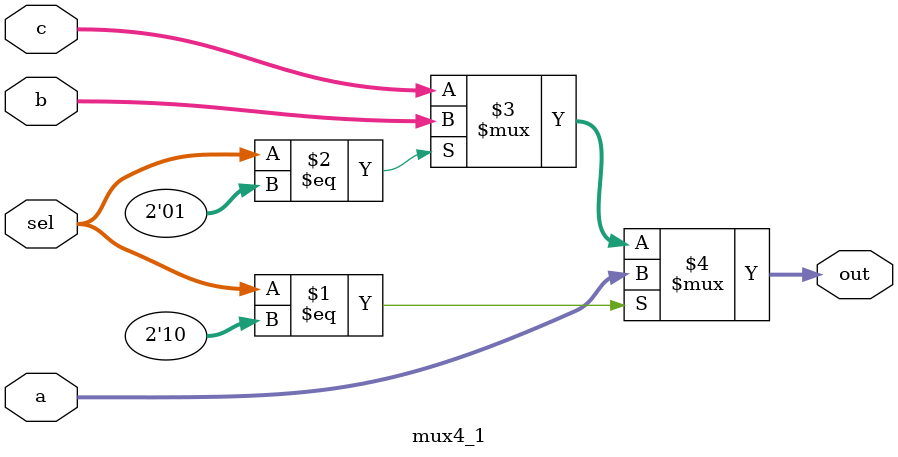
<source format=v>
`timescale 1ns / 1ps

//in fact, this is a mux3_1
module mux4_1(
    input [31:0] a, b, c,
    input [1:0] sel,
    output [31:0] out
    );
    
    assign out = (sel == 2'b10) ? a : (sel == 2'b01) ? b : c;

endmodule

</source>
